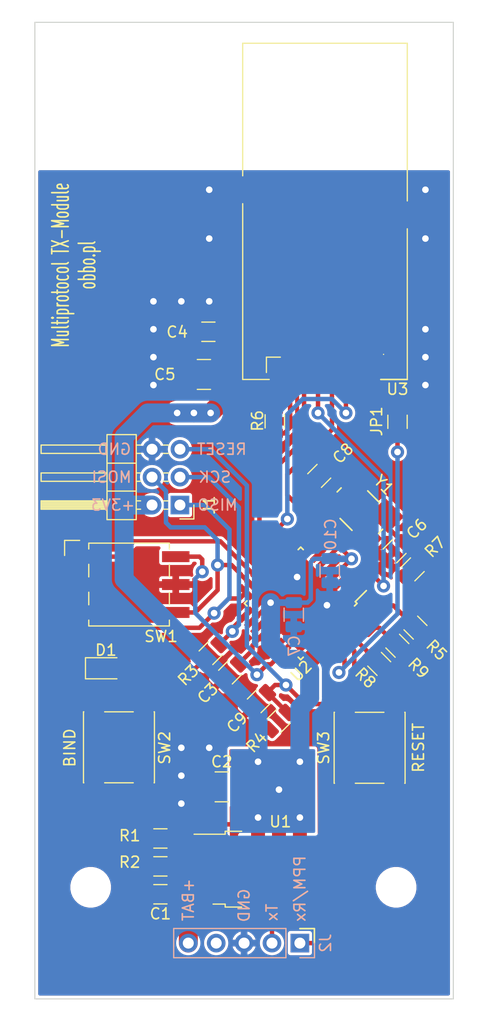
<source format=kicad_pcb>
(kicad_pcb (version 20171130) (host pcbnew "(5.1.4)-1")
  (layers (0 F.Cu signal) (31 B.Cu signal hide) (34 B.Paste user hide) (35 F.Paste user hide) (36 B.SilkS user hide) (37 F.SilkS user) (38 B.Mask user hide) (39 F.Mask user hide) (44 Edge.Cuts user))
  (net 0 "")
  (net 1 /A0)
  (net 2 /D10)
  (net 3 /D11)
  (net 4 /D12)
  (net 5 /D3)
  (net 6 /MISO)
  (net 7 /MOSI)
  (net 8 /NRF_CE)
  (net 9 /NRF_CSN)
  (net 10 /PB5)
  (net 11 /PPM_IN)
  (net 12 /RESET)
  (net 13 /RX)
  (net 14 /SCK)
  (net 15 /TX)
  (net 16 /xtl1)
  (net 17 /xtl2)
  (net 18 GND)
  (net 19 +BATT)
  (net 20 +3V3)
  (net 21 "Net-(C3-Pad1)")
  (net 22 "Net-(J2-Pad2)")
  (net 23 "Net-(R1-Pad2)")
  (net 24 "Net-(D1-Pad2)")
  (net 25 "Net-(U2-Pad32)")
  (net 26 "Net-(U2-Pad27)")
  (net 27 "Net-(U2-Pad26)")
  (net 28 "Net-(U2-Pad25)")
  (net 29 "Net-(U2-Pad24)")
  (net 30 "Net-(U2-Pad22)")
  (net 31 "Net-(U2-Pad19)")
  (net 32 "Net-(U2-Pad13)")
  (net 33 "Net-(U2-Pad11)")
  (net 34 "Net-(JP1-Pad2)")
  (net 35 /IRQ)
  (net 36 "Net-(J2-Pad4)")
  (module obbo_footprints:C_0805K (layer B.Cu) (at 181.7878 103.251 270)
    (fp_text reference C10 (at -3.302 -0.0762 90) (layer B.SilkS) (effects (justify mirror)))
    (fp_text value 100n)
    (pad 2 smd roundrect (at 1.1 0 270) (size 1 1.5) (layers B.Cu B.Paste B.Mask) (roundrect_rratio 0.2) (net 18 GND))
    (pad 1 smd roundrect (at -1.1 0 270) (size 1 1.5) (layers B.Cu B.Paste B.Mask) (roundrect_rratio 0.2) (net 20 +3V3))
  )
  (module obbo_footprints:C_0805K (layer F.Cu) (at 175.3362 115.1382 225)
    (fp_text reference C9 (at 2.783879 0.017961 45) (layer F.SilkS))
    (fp_text value 100n)
    (pad 2 smd roundrect (at 1.1 0 225) (size 1 1.5) (layers F.Cu F.Paste F.Mask) (roundrect_rratio 0.2) (net 18 GND))
    (pad 1 smd roundrect (at -1.1 0 225) (size 1 1.5) (layers F.Cu F.Paste F.Mask) (roundrect_rratio 0.2) (net 12 /RESET))
  )
  (module MountingHole:MountingHole_3.2mm_M3 (layer F.Cu) (at 160.02 132.08)
    (fp_text reference REF** hide)
    (fp_text value MountingHole_3.2mm_M3)
    (pad 1 np_thru_hole circle (at 0 0) (size 3.2 3.2) (drill 3.2) (layers *.Cu *.Mask))
  )
  (module MountingHole:MountingHole_3.2mm_M3 (layer F.Cu) (at 187.833 132.08)
    (fp_text reference REF** hide)
    (fp_text value MountingHole_3.2mm_M3)
    (pad 1 np_thru_hole circle (at 0 0) (size 3.2 3.2) (drill 3.2) (layers *.Cu *.Mask))
  )
  (module MountingHole:MountingHole_3.2mm_M3 (layer F.Cu) (at 166.116 58.039)
    (fp_text reference REF** hide)
    (fp_text value MountingHole_3.2mm_M3)
    (pad 1 np_thru_hole circle (at 0 0) (size 3.2 3.2) (drill 3.2) (layers *.Cu *.Mask))
  )
  (module obbo_footprints:nRF24L01-GT24_Breakout (layer F.Cu) (at 177.546 82.296 90)
    (fp_text reference U3 (at -4.445 10.414 180) (layer F.SilkS))
    (fp_text value NRF24L01_Breakout)
    (pad 1 smd circle (at 11.43 11.176 90) (size 2.2 2.2) (layers F.Cu F.Paste F.Mask) (net 18 GND))
    (pad 1 smd circle (at 13.716 -3.556 90) (size 2.2 2.2) (layers F.Cu F.Paste F.Mask) (net 18 GND))
    (pad 1 smd rect (at -3.175 8.255 90) (size 2.5 1) (layers F.Cu F.Paste F.Mask) (net 18 GND))
    (pad 8 smd rect (at -3.175 6.985 90) (size 2.5 1) (layers F.Cu F.Paste F.Mask) (net 34 "Net-(JP1-Pad2)"))
    (pad 7 smd rect (at -3.175 5.715 90) (size 2.5 1) (layers F.Cu F.Paste F.Mask) (net 6 /MISO))
    (pad 6 smd rect (at -3.175 4.445 90) (size 2.5 1) (layers F.Cu F.Paste F.Mask) (net 7 /MOSI))
    (pad 5 smd rect (at -3.175 3.175 90) (size 2.5 1) (layers F.Cu F.Paste F.Mask) (net 14 /SCK))
    (pad 4 smd rect (at -3.175 1.905 90) (size 2.5 1) (layers F.Cu F.Paste F.Mask) (net 9 /NRF_CSN))
    (pad 3 smd rect (at -3.175 0.635 90) (size 2.5 1) (layers F.Cu F.Paste F.Mask) (net 8 /NRF_CE))
    (pad 2 smd rect (at -3.175 -0.635 90) (size 2.5 1) (layers F.Cu F.Paste F.Mask) (net 20 +3V3))
  )
  (module LED_SMD:LED_0805_2012Metric_Pad1.15x1.40mm_HandSolder (layer F.Cu) (at 161.408 112.141)
    (fp_text reference D1 (at 0 -1.65) (layer F.SilkS))
    (fp_text value LED)
    (pad 2 smd roundrect (at 1.025 0) (size 1.15 1.4) (layers F.Cu F.Paste F.Mask) (roundrect_rratio 0.217391) (net 24 "Net-(D1-Pad2)"))
    (pad 1 smd roundrect (at -1.025 0) (size 1.15 1.4) (layers F.Cu F.Paste F.Mask) (roundrect_rratio 0.217391) (net 18 GND))
  )
  (module obbo_footprints:Crystal_SMD_5032-4Pin_5.0x3.2mm_HandSoldering (layer F.Cu) (at 184.531 97.79 135)
    (fp_text reference Y1 (at 0.105262 3.196051 135) (layer F.SilkS))
    (fp_text value 16MHz)
    (pad 1 smd rect (at -2.05 1.4 135) (size 2.4 2.1) (layers F.Cu F.Paste F.Mask) (net 16 /xtl1))
    (pad 2 smd rect (at 2.05 1.4 135) (size 2.4 2.1) (layers F.Cu F.Paste F.Mask) (net 18 GND))
    (pad 3 smd rect (at 2.05 -1.4 135) (size 2.4 2.1) (layers F.Cu F.Paste F.Mask) (net 17 /xtl2))
    (pad 4 smd rect (at -2.05 -1.4 135) (size 2.4 2.1) (layers F.Cu F.Paste F.Mask) (net 18 GND))
  )
  (module Package_QFP:TQFP-32_7x7mm_P0.8mm (layer F.Cu) (at 179.145904 106.237051 225)
    (fp_text reference U2 (at 4.318197 -4.390458 45) (layer F.SilkS))
    (fp_text value ATmega328-AU)
    (pad 32 smd rect (at -2.8 -4.25 315) (size 1.6 0.55) (layers F.Cu F.Paste F.Mask) (net 25 "Net-(U2-Pad32)"))
    (pad 31 smd rect (at -2 -4.25 315) (size 1.6 0.55) (layers F.Cu F.Paste F.Mask) (net 15 /TX))
    (pad 30 smd rect (at -1.2 -4.25 315) (size 1.6 0.55) (layers F.Cu F.Paste F.Mask) (net 13 /RX))
    (pad 29 smd rect (at -0.4 -4.25 315) (size 1.6 0.55) (layers F.Cu F.Paste F.Mask) (net 12 /RESET))
    (pad 28 smd rect (at 0.4 -4.25 315) (size 1.6 0.55) (layers F.Cu F.Paste F.Mask) (net 35 /IRQ))
    (pad 27 smd rect (at 1.2 -4.25 315) (size 1.6 0.55) (layers F.Cu F.Paste F.Mask) (net 26 "Net-(U2-Pad27)"))
    (pad 26 smd rect (at 2 -4.25 315) (size 1.6 0.55) (layers F.Cu F.Paste F.Mask) (net 27 "Net-(U2-Pad26)"))
    (pad 25 smd rect (at 2.8 -4.25 315) (size 1.6 0.55) (layers F.Cu F.Paste F.Mask) (net 28 "Net-(U2-Pad25)"))
    (pad 24 smd rect (at 4.25 -2.8 225) (size 1.6 0.55) (layers F.Cu F.Paste F.Mask) (net 29 "Net-(U2-Pad24)"))
    (pad 23 smd rect (at 4.25 -2 225) (size 1.6 0.55) (layers F.Cu F.Paste F.Mask) (net 1 /A0))
    (pad 22 smd rect (at 4.25 -1.2 225) (size 1.6 0.55) (layers F.Cu F.Paste F.Mask) (net 30 "Net-(U2-Pad22)"))
    (pad 21 smd rect (at 4.25 -0.4 225) (size 1.6 0.55) (layers F.Cu F.Paste F.Mask) (net 18 GND))
    (pad 20 smd rect (at 4.25 0.4 225) (size 1.6 0.55) (layers F.Cu F.Paste F.Mask) (net 21 "Net-(C3-Pad1)"))
    (pad 19 smd rect (at 4.25 1.2 225) (size 1.6 0.55) (layers F.Cu F.Paste F.Mask) (net 31 "Net-(U2-Pad19)"))
    (pad 18 smd rect (at 4.25 2 225) (size 1.6 0.55) (layers F.Cu F.Paste F.Mask) (net 20 +3V3))
    (pad 17 smd rect (at 4.25 2.8 225) (size 1.6 0.55) (layers F.Cu F.Paste F.Mask) (net 10 /PB5))
    (pad 16 smd rect (at 2.8 4.25 315) (size 1.6 0.55) (layers F.Cu F.Paste F.Mask) (net 4 /D12))
    (pad 15 smd rect (at 2 4.25 315) (size 1.6 0.55) (layers F.Cu F.Paste F.Mask) (net 3 /D11))
    (pad 14 smd rect (at 1.2 4.25 315) (size 1.6 0.55) (layers F.Cu F.Paste F.Mask) (net 2 /D10))
    (pad 13 smd rect (at 0.4 4.25 315) (size 1.6 0.55) (layers F.Cu F.Paste F.Mask) (net 32 "Net-(U2-Pad13)"))
    (pad 12 smd rect (at -0.4 4.25 315) (size 1.6 0.55) (layers F.Cu F.Paste F.Mask) (net 9 /NRF_CSN))
    (pad 11 smd rect (at -1.2 4.25 315) (size 1.6 0.55) (layers F.Cu F.Paste F.Mask) (net 33 "Net-(U2-Pad11)"))
    (pad 10 smd rect (at -2 4.25 315) (size 1.6 0.55) (layers F.Cu F.Paste F.Mask) (net 6 /MISO))
    (pad 9 smd rect (at -2.8 4.25 315) (size 1.6 0.55) (layers F.Cu F.Paste F.Mask) (net 7 /MOSI))
    (pad 8 smd rect (at -4.25 2.8 225) (size 1.6 0.55) (layers F.Cu F.Paste F.Mask) (net 17 /xtl2))
    (pad 7 smd rect (at -4.25 2 225) (size 1.6 0.55) (layers F.Cu F.Paste F.Mask) (net 16 /xtl1))
    (pad 6 smd rect (at -4.25 1.2 225) (size 1.6 0.55) (layers F.Cu F.Paste F.Mask) (net 20 +3V3))
    (pad 5 smd rect (at -4.25 0.4 225) (size 1.6 0.55) (layers F.Cu F.Paste F.Mask) (net 18 GND))
    (pad 4 smd rect (at -4.25 -0.4 225) (size 1.6 0.55) (layers F.Cu F.Paste F.Mask) (net 20 +3V3))
    (pad 3 smd rect (at -4.25 -1.2 225) (size 1.6 0.55) (layers F.Cu F.Paste F.Mask) (net 18 GND))
    (pad 2 smd rect (at -4.25 -2 225) (size 1.6 0.55) (layers F.Cu F.Paste F.Mask) (net 14 /SCK))
    (pad 1 smd rect (at -4.25 -2.8 225) (size 1.6 0.55) (layers F.Cu F.Paste F.Mask) (net 5 /D3))
  )
  (module Connector_PinHeader_2.54mm:PinHeader_2x03_P2.54mm_Horizontal (layer F.Cu) (at 168.148 97.282 180)
    (fp_text reference J1 (at -2.667 0 90) (layer F.SilkS))
    (fp_text value AVR-ISP-6)
    (pad 6 thru_hole oval (at 2.54 5.08 180) (size 1.7 1.7) (drill 1) (layers *.Cu *.Mask) (net 18 GND))
    (pad 5 thru_hole oval (at 0 5.08 180) (size 1.7 1.7) (drill 1) (layers *.Cu *.Mask) (net 12 /RESET))
    (pad 4 thru_hole oval (at 2.54 2.54 180) (size 1.7 1.7) (drill 1) (layers *.Cu *.Mask) (net 3 /D11))
    (pad 3 thru_hole oval (at 0 2.54 180) (size 1.7 1.7) (drill 1) (layers *.Cu *.Mask) (net 10 /PB5))
    (pad 2 thru_hole oval (at 2.54 0 180) (size 1.7 1.7) (drill 1) (layers *.Cu *.Mask) (net 20 +3V3))
    (pad 1 thru_hole rect (at 0 0 180) (size 1.7 1.7) (drill 1) (layers *.Cu *.Mask) (net 4 /D12))
  )
  (module obbo_footprints:Rotary_switch_coded_7x7_SMD (layer F.Cu) (at 163.517 104.521)
    (fp_text reference SW1 (at 2.9128 4.7244) (layer F.SilkS))
    (fp_text value SW_Coded_SH-7050)
    (pad 1 smd rect (at -4.25 -2.54) (size 2.5 1) (layers F.Cu F.Paste F.Mask) (net 2 /D10))
    (pad 8 smd rect (at 4.25 -2.54) (size 2.5 1) (layers F.Cu F.Paste F.Mask) (net 1 /A0))
    (pad C smd rect (at -4.25 0) (size 2.5 1) (layers F.Cu F.Paste F.Mask) (net 18 GND))
    (pad C smd rect (at 4.25 0) (size 2.5 1) (layers F.Cu F.Paste F.Mask) (net 18 GND))
    (pad 4 smd rect (at -4.25 2.54) (size 2.5 1) (layers F.Cu F.Paste F.Mask) (net 4 /D12))
    (pad 2 smd rect (at 4.25 2.54) (size 2.5 1) (layers F.Cu F.Paste F.Mask) (net 3 /D11))
  )
  (module Button_Switch_SMD:SW_SPST_PTS645 (layer F.Cu) (at 185.42 119.38 90)
    (fp_text reference SW3 (at 0 -4.191 90) (layer F.SilkS))
    (fp_text value SW_Push)
    (pad 2 smd rect (at 3.98 2.25 90) (size 1.55 1.3) (layers F.Cu F.Paste F.Mask) (net 18 GND))
    (pad 1 smd rect (at 3.98 -2.25 90) (size 1.55 1.3) (layers F.Cu F.Paste F.Mask) (net 12 /RESET))
    (pad 1 smd rect (at -3.98 -2.25 90) (size 1.55 1.3) (layers F.Cu F.Paste F.Mask) (net 12 /RESET))
    (pad 2 smd rect (at -3.98 2.25 90) (size 1.55 1.3) (layers F.Cu F.Paste F.Mask) (net 18 GND))
  )
  (module obbo_footprints:R_0805K (layer F.Cu) (at 187.96 89.705 90)
    (fp_text reference JP1 (at 0.043 -1.905 90) (layer F.SilkS))
    (fp_text value Jumper)
    (pad 2 smd roundrect (at 1.1 0 90) (size 1 1.5) (layers F.Cu F.Paste F.Mask) (roundrect_rratio 0.2) (net 34 "Net-(JP1-Pad2)"))
    (pad 1 smd roundrect (at -1.1 0 90) (size 1 1.5) (layers F.Cu F.Paste F.Mask) (roundrect_rratio 0.2) (net 35 /IRQ))
  )
  (module obbo_footprints:R_0805K (layer F.Cu) (at 187.944183 110.093183 315)
    (fp_text reference R9 (at 2.806248 0.089803 135) (layer F.SilkS))
    (fp_text value 470)
    (pad 2 smd roundrect (at 1.1 0 315) (size 1 1.5) (layers F.Cu F.Paste F.Mask) (roundrect_rratio 0.2) (net 22 "Net-(J2-Pad2)"))
    (pad 1 smd roundrect (at -1.1 0 315) (size 1 1.5) (layers F.Cu F.Paste F.Mask) (roundrect_rratio 0.2) (net 15 /TX))
  )
  (module obbo_footprints:R_0805K (layer F.Cu) (at 186.293183 111.744183 135)
    (fp_text reference R8 (at -0.022369 -1.796051 135) (layer F.SilkS))
    (fp_text value 470)
    (pad 2 smd roundrect (at 1.1 0 135) (size 1 1.5) (layers F.Cu F.Paste F.Mask) (roundrect_rratio 0.2) (net 13 /RX))
    (pad 1 smd roundrect (at -1.1 0 135) (size 1 1.5) (layers F.Cu F.Paste F.Mask) (roundrect_rratio 0.2) (net 5 /D3))
  )
  (module obbo_footprints:R_0805K (layer F.Cu) (at 189.341183 103.139817 225)
    (fp_text reference R7 (at -2.884866 -0.011184 45) (layer F.SilkS))
    (fp_text value 2k2)
    (pad 2 smd roundrect (at 1.1 0 225) (size 1 1.5) (layers F.Cu F.Paste F.Mask) (roundrect_rratio 0.2) (net 5 /D3))
    (pad 1 smd roundrect (at -1.1 0 225) (size 1 1.5) (layers F.Cu F.Paste F.Mask) (roundrect_rratio 0.2) (net 18 GND))
  )
  (module obbo_footprints:R_0805K (layer F.Cu) (at 176.784 89.662 90)
    (fp_text reference R6 (at 0.0508 -1.5748 90) (layer F.SilkS))
    (fp_text value 10k)
    (pad 2 smd roundrect (at 1.1 0 90) (size 1 1.5) (layers F.Cu F.Paste F.Mask) (roundrect_rratio 0.2) (net 20 +3V3))
    (pad 1 smd roundrect (at -1.1 0 90) (size 1 1.5) (layers F.Cu F.Paste F.Mask) (roundrect_rratio 0.2) (net 8 /NRF_CE))
  )
  (module obbo_footprints:R_0805K (layer F.Cu) (at 189.595183 108.442183 135)
    (fp_text reference R5 (at -2.806248 -0.089803 135) (layer F.SilkS))
    (fp_text value 4k7)
    (pad 2 smd roundrect (at 1.1 0 135) (size 1 1.5) (layers F.Cu F.Paste F.Mask) (roundrect_rratio 0.2) (net 5 /D3))
    (pad 1 smd roundrect (at -1.1 0 135) (size 1 1.5) (layers F.Cu F.Paste F.Mask) (roundrect_rratio 0.2) (net 11 /PPM_IN))
  )
  (module obbo_footprints:R_0805K (layer F.Cu) (at 177.1396 116.9416 45)
    (fp_text reference R4 (at -2.783879 -0.053882 45) (layer F.SilkS))
    (fp_text value 10k)
    (pad 2 smd roundrect (at 1.1 0 45) (size 1 1.5) (layers F.Cu F.Paste F.Mask) (roundrect_rratio 0.2) (net 12 /RESET))
    (pad 1 smd roundrect (at -1.1 0 45) (size 1 1.5) (layers F.Cu F.Paste F.Mask) (roundrect_rratio 0.2) (net 20 +3V3))
  )
  (module obbo_footprints:R_0805K (layer F.Cu) (at 170.942 110.759817 45)
    (fp_text reference R3 (at -2.862498 -0.011184 45) (layer F.SilkS))
    (fp_text value 1k)
    (pad 2 smd roundrect (at 1.1 0 45) (size 1 1.5) (layers F.Cu F.Paste F.Mask) (roundrect_rratio 0.2) (net 10 /PB5))
    (pad 1 smd roundrect (at -1.1 0 45) (size 1 1.5) (layers F.Cu F.Paste F.Mask) (roundrect_rratio 0.2) (net 24 "Net-(D1-Pad2)"))
  )
  (module Connector_PinHeader_2.54mm:PinHeader_1x05_P2.54mm_Vertical (layer B.Cu) (at 179.07 137.16 90)
    (fp_text reference J2 (at 0 2.33 270) (layer B.SilkS) (effects (justify mirror)))
    (fp_text value Conn_01x05)
    (pad 5 thru_hole oval (at 0 -10.16 90) (size 1.7 1.7) (drill 1) (layers *.Cu *.Mask) (net 19 +BATT))
    (pad 4 thru_hole oval (at 0 -7.62 90) (size 1.7 1.7) (drill 1) (layers *.Cu *.Mask) (net 36 "Net-(J2-Pad4)"))
    (pad 3 thru_hole oval (at 0 -5.08 90) (size 1.7 1.7) (drill 1) (layers *.Cu *.Mask) (net 18 GND))
    (pad 2 thru_hole oval (at 0 -2.54 90) (size 1.7 1.7) (drill 1) (layers *.Cu *.Mask) (net 22 "Net-(J2-Pad2)"))
    (pad 1 thru_hole rect (at 0 0 90) (size 1.7 1.7) (drill 1) (layers *.Cu *.Mask) (net 11 /PPM_IN))
  )
  (module obbo_footprints:C_0805K (layer F.Cu) (at 180.832183 94.630817 225)
    (fp_text reference C8 (at -2.985853 -0.089803 45) (layer F.SilkS))
    (fp_text value 18p)
    (pad 2 smd roundrect (at 1.1 0 225) (size 1 1.5) (layers F.Cu F.Paste F.Mask) (roundrect_rratio 0.2) (net 17 /xtl2))
    (pad 1 smd roundrect (at -1.1 0 225) (size 1 1.5) (layers F.Cu F.Paste F.Mask) (roundrect_rratio 0.2) (net 18 GND))
  )
  (module obbo_footprints:C_0805K (layer B.Cu) (at 178.5112 107.2642 270)
    (fp_text reference C7 (at 2.8448 -0.0508 270) (layer B.SilkS) (effects (justify mirror)))
    (fp_text value 100n)
    (pad 2 smd roundrect (at 1.1 0 270) (size 1 1.5) (layers B.Cu B.Paste B.Mask) (roundrect_rratio 0.2) (net 18 GND))
    (pad 1 smd roundrect (at -1.1 0 270) (size 1 1.5) (layers B.Cu B.Paste B.Mask) (roundrect_rratio 0.2) (net 20 +3V3))
  )
  (module obbo_footprints:C_0805K (layer F.Cu) (at 187.690183 101.488817 225)
    (fp_text reference C6 (at -2.873682 0 45) (layer F.SilkS))
    (fp_text value 18p)
    (pad 2 smd roundrect (at 1.1 0 225) (size 1 1.5) (layers F.Cu F.Paste F.Mask) (roundrect_rratio 0.2) (net 18 GND))
    (pad 1 smd roundrect (at -1.1 0 225) (size 1 1.5) (layers F.Cu F.Paste F.Mask) (roundrect_rratio 0.2) (net 16 /xtl1))
  )
  (module Capacitor_SMD:C_1210_3225Metric_Pad1.42x2.65mm_HandSolder (layer F.Cu) (at 170.3324 85.3948 180)
    (fp_text reference C5 (at 3.556 0) (layer F.SilkS))
    (fp_text value 4u7)
    (pad 2 smd roundrect (at 1.4875 0 180) (size 1.425 2.65) (layers F.Cu F.Paste F.Mask) (roundrect_rratio 0.175439) (net 18 GND))
    (pad 1 smd roundrect (at -1.4875 0 180) (size 1.425 2.65) (layers F.Cu F.Paste F.Mask) (roundrect_rratio 0.175439) (net 20 +3V3))
  )
  (module obbo_footprints:C_0805K (layer F.Cu) (at 170.7388 81.5086 180)
    (fp_text reference C4 (at 2.8448 -0.0254) (layer F.SilkS))
    (fp_text value 100n)
    (pad 2 smd roundrect (at 1.1 0 180) (size 1 1.5) (layers F.Cu F.Paste F.Mask) (roundrect_rratio 0.2) (net 18 GND))
    (pad 1 smd roundrect (at -1.1 0 180) (size 1 1.5) (layers F.Cu F.Paste F.Mask) (roundrect_rratio 0.2) (net 20 +3V3))
  )
  (module obbo_footprints:C_0805K (layer F.Cu) (at 172.72 112.522 225)
    (fp_text reference C3 (at 2.783879 0.089803 45) (layer F.SilkS))
    (fp_text value 100n)
    (pad 2 smd roundrect (at 1.1 0 225) (size 1 1.5) (layers F.Cu F.Paste F.Mask) (roundrect_rratio 0.2) (net 18 GND))
    (pad 1 smd roundrect (at -1.1 0 225) (size 1 1.5) (layers F.Cu F.Paste F.Mask) (roundrect_rratio 0.2) (net 21 "Net-(C3-Pad1)"))
  )
  (module obbo_footprints:C_0805K (layer F.Cu) (at 166.37 132.715 180)
    (fp_text reference C1 (at 0 -1.778) (layer F.SilkS))
    (fp_text value 100n)
    (pad 2 smd roundrect (at 1.1 0 180) (size 1 1.5) (layers F.Cu F.Paste F.Mask) (roundrect_rratio 0.2) (net 18 GND))
    (pad 1 smd roundrect (at -1.1 0 180) (size 1 1.5) (layers F.Cu F.Paste F.Mask) (roundrect_rratio 0.2) (net 19 +BATT))
  )
  (module obbo_footprints:TO-252-2-DPAK (layer F.Cu) (at 174.738 130.429)
    (fp_text reference U1 (at 2.554 -4.318) (layer F.SilkS))
    (fp_text value LM317_3PinPackage)
    (pad 2 smd rect (at 2.3 0) (size 6.4 6) (layers F.Cu F.Mask) (net 20 +3V3))
    (pad 3 smd rect (at -4.5 2.28) (size 2 1.2) (layers F.Cu F.Paste F.Mask) (net 19 +BATT))
    (pad 1 smd rect (at -4.5 -2.28) (size 2 1.2) (layers F.Cu F.Paste F.Mask) (net 23 "Net-(R1-Pad2)"))
  )
  (module Button_Switch_SMD:SW_SPST_PTS645 (layer F.Cu) (at 162.596 119.337 270)
    (fp_text reference SW2 (at 0.043 -4.155 90) (layer F.SilkS))
    (fp_text value SW_Push)
    (pad 2 smd rect (at 3.98 2.25 270) (size 1.55 1.3) (layers F.Cu F.Paste F.Mask) (net 18 GND))
    (pad 1 smd rect (at 3.98 -2.25 270) (size 1.55 1.3) (layers F.Cu F.Paste F.Mask) (net 24 "Net-(D1-Pad2)"))
    (pad 1 smd rect (at -3.98 -2.25 270) (size 1.55 1.3) (layers F.Cu F.Paste F.Mask) (net 24 "Net-(D1-Pad2)"))
    (pad 2 smd rect (at -3.98 2.25 270) (size 1.55 1.3) (layers F.Cu F.Paste F.Mask) (net 18 GND))
  )
  (module obbo_footprints:R_0805K (layer F.Cu) (at 166.37 130.175 180)
    (fp_text reference R2 (at 2.794 0.381) (layer F.SilkS))
    (fp_text value 2k2)
    (pad 2 smd roundrect (at 1.1 0 180) (size 1 1.5) (layers F.Cu F.Paste F.Mask) (roundrect_rratio 0.2) (net 18 GND))
    (pad 1 smd roundrect (at -1.1 0 180) (size 1 1.5) (layers F.Cu F.Paste F.Mask) (roundrect_rratio 0.2) (net 23 "Net-(R1-Pad2)"))
  )
  (module obbo_footprints:R_0805K (layer F.Cu) (at 166.37 127.635)
    (fp_text reference R1 (at -2.794 -0.254) (layer F.SilkS))
    (fp_text value 1k5)
    (pad 2 smd roundrect (at 1.1 0) (size 1 1.5) (layers F.Cu F.Paste F.Mask) (roundrect_rratio 0.2) (net 23 "Net-(R1-Pad2)"))
    (pad 1 smd roundrect (at -1.1 0) (size 1 1.5) (layers F.Cu F.Paste F.Mask) (roundrect_rratio 0.2) (net 20 +3V3))
  )
  (module Capacitor_SMD:C_1210_3225Metric_Pad1.42x2.65mm_HandSolder (layer F.Cu) (at 171.958 122.936 180)
    (fp_text reference C2 (at 0 2.286) (layer F.SilkS))
    (fp_text value 4u7)
    (pad 2 smd roundrect (at 1.4875 0 180) (size 1.425 2.65) (layers F.Cu F.Paste F.Mask) (roundrect_rratio 0.175439) (net 18 GND))
    (pad 1 smd roundrect (at -1.4875 0 180) (size 1.425 2.65) (layers F.Cu F.Paste F.Mask) (roundrect_rratio 0.175439) (net 20 +3V3))
  )
  (gr_text +3V3 (at 162.052 97.282) (layer B.SilkS) (effects (font (size 1 1)) (justify mirror)))
  (gr_text GND (at 162.179 92.202) (layer B.SilkS) (effects (font (size 1 1)) (justify mirror)))
  (gr_text MOSI (at 161.925 94.742) (layer B.SilkS) (effects (font (size 1 1)) (justify mirror)))
  (gr_text MISO (at 171.577 97.282) (layer B.SilkS) (effects (font (size 1 1)) (justify mirror)))
  (gr_text SCK (at 171.323 94.742) (layer B.SilkS) (effects (font (size 1 1)) (justify mirror)))
  (gr_text RESET (at 171.958 92.202) (layer B.SilkS) (effects (font (size 1 1)) (justify mirror)))
  (gr_line (start 180.3908 135.8392) (end 179.07 135.8392) (layer F.SilkS) (width 0.15))
  (gr_line (start 180.3908 137.16) (end 180.3908 135.8392) (layer F.SilkS) (width 0.15))
  (gr_text Tx (at 176.53 134.366 90) (layer B.SilkS) (effects (font (size 1 1)) (justify mirror)))
  (gr_text GND (at 173.99 133.731 90) (layer B.SilkS) (effects (font (size 1 1)) (justify mirror)))
  (gr_text PPM/Rx (at 179.07 132.207 90) (layer B.SilkS) (effects (font (size 1 1)) (justify mirror)))
  (gr_text +BAT (at 168.91 133.223 90) (layer B.SilkS) (effects (font (size 1 1)) (justify mirror)))
  (gr_text RESET (at 189.865 119.38 90) (layer F.SilkS) (effects (font (size 1 1))))
  (gr_text BIND (at 158.115 119.38 90) (layer F.SilkS) (effects (font (size 1 1))))
  (gr_line (start 154.94 53.34) (end 154.94 142.24) (layer Edge.Cuts) (width 0.1))
  (gr_line (start 193.04 53.34) (end 154.94 53.34) (layer Edge.Cuts) (width 0.1))
  (gr_line (start 193.04 142.24) (end 193.04 53.34) (layer Edge.Cuts) (width 0.1))
  (gr_line (start 154.94 142.24) (end 193.04 142.24) (layer Edge.Cuts) (width 0.1))
  (gr_text "Multiprotocol TX-Module\nobbo.pl" (at 158.496 75.438 90) (layer F.SilkS) (effects (font (size 1.5 0.8))))
  (segment (start 177.554914 110.656468) (end 176.425982 111.7854) (width 0.4064) (layer F.Cu) (net 1))
  (segment (start 176.425982 111.7854) (end 176.0982 111.7854) (width 0.4064) (layer F.Cu) (net 1))
  (segment (start 176.0982 111.7854) (end 175.1584 112.7252) (width 0.4064) (layer F.Cu) (net 1))
  (segment (start 175.1584 112.7252) (end 175.1584 112.7252) (width 0.4064) (layer F.Cu) (net 1))
  (via (at 175.1584 112.7252) (size 1.2) (drill 0.6) (layers F.Cu B.Cu) (net 1))
  (via (at 170.18 103.3526) (size 1.2) (drill 0.6) (layers F.Cu B.Cu) (net 1))
  (segment (start 170.18 103.3526) (end 170.18 102.235) (width 0.4064) (layer F.Cu) (net 1))
  (segment (start 170.18 102.235) (end 169.926 101.981) (width 0.4064) (layer F.Cu) (net 1))
  (segment (start 169.926 101.981) (end 167.767 101.981) (width 0.4064) (layer F.Cu) (net 1))
  (segment (start 169.545 103.9876) (end 170.18 103.3526) (width 0.4064) (layer B.Cu) (net 1))
  (segment (start 169.545 107.1118) (end 169.545 106.8578) (width 0.4064) (layer B.Cu) (net 1))
  (segment (start 175.1584 112.7252) (end 169.545 107.1118) (width 0.4064) (layer B.Cu) (net 1))
  (segment (start 169.545 106.8578) (end 169.545 103.9876) (width 0.4064) (layer B.Cu) (net 1))
  (segment (start 174.655777 103.44398) (end 174.655777 103.408777) (width 0.4064) (layer F.Cu) (net 2))
  (segment (start 175.292172 104.080375) (end 174.655777 103.44398) (width 0.4064) (layer F.Cu) (net 2))
  (segment (start 174.655777 103.408777) (end 171.831 100.584) (width 0.4064) (layer F.Cu) (net 2))
  (segment (start 171.831 100.584) (end 163.957 100.584) (width 0.4064) (layer F.Cu) (net 2))
  (segment (start 162.56 101.981) (end 159.267 101.981) (width 0.4064) (layer F.Cu) (net 2))
  (segment (start 163.957 100.584) (end 162.56 101.981) (width 0.4064) (layer F.Cu) (net 2))
  (segment (start 174.726487 104.646061) (end 173.712426 103.632) (width 0.4064) (layer F.Cu) (net 3))
  (segment (start 169.545 107.061) (end 167.767 107.061) (width 0.4064) (layer F.Cu) (net 3))
  (segment (start 173.712426 103.632) (end 173.712426 103.608426) (width 0.4064) (layer F.Cu) (net 3))
  (segment (start 173.712426 103.608426) (end 172.847 102.743) (width 0.4064) (layer F.Cu) (net 3))
  (segment (start 172.847 102.743) (end 171.577 102.743) (width 0.4064) (layer F.Cu) (net 3))
  (segment (start 171.577 102.743) (end 171.577 102.743) (width 0.4064) (layer F.Cu) (net 3))
  (segment (start 171.577 105.029) (end 171.4246 105.1814) (width 0.4064) (layer F.Cu) (net 3))
  (segment (start 171.577 102.743) (end 171.577 105.029) (width 0.4064) (layer F.Cu) (net 3))
  (segment (start 171.4246 105.1814) (end 169.545 107.061) (width 0.4064) (layer F.Cu) (net 3))
  (via (at 171.577 102.743) (size 1.2) (drill 0.6) (layers F.Cu B.Cu) (net 3))
  (segment (start 171.577 100.4824) (end 171.577 102.743) (width 0.4064) (layer B.Cu) (net 3))
  (segment (start 170.4086 99.314) (end 171.577 100.4824) (width 0.4064) (layer B.Cu) (net 3))
  (segment (start 166.87801 96.01201) (end 166.87801 97.808055) (width 0.4064) (layer B.Cu) (net 3))
  (segment (start 165.608 94.742) (end 166.87801 96.01201) (width 0.4064) (layer B.Cu) (net 3))
  (segment (start 166.878 97.808065) (end 166.878 98.8822) (width 0.4064) (layer B.Cu) (net 3))
  (segment (start 166.87801 97.808055) (end 166.878 97.808065) (width 0.4064) (layer B.Cu) (net 3))
  (segment (start 166.878 98.8822) (end 167.3098 99.314) (width 0.4064) (layer B.Cu) (net 3))
  (segment (start 167.3098 99.314) (end 170.4086 99.314) (width 0.4064) (layer B.Cu) (net 3))
  (segment (start 173.895637 105.47691) (end 173.895637 105.504363) (width 0.4064) (layer F.Cu) (net 4))
  (segment (start 174.160801 105.211746) (end 173.895637 105.47691) (width 0.4064) (layer F.Cu) (net 4))
  (segment (start 173.895637 105.504363) (end 173.609 105.791) (width 0.4064) (layer F.Cu) (net 4))
  (segment (start 161.798 107.061) (end 159.267 107.061) (width 0.4064) (layer F.Cu) (net 4))
  (segment (start 173.609 105.791) (end 172.593 105.791) (width 0.4064) (layer F.Cu) (net 4))
  (segment (start 172.593 105.791) (end 171.3865 106.9975) (width 0.4064) (layer F.Cu) (net 4))
  (segment (start 169.926 108.458) (end 163.957 108.458) (width 0.4064) (layer F.Cu) (net 4))
  (segment (start 162.56 107.061) (end 161.798 107.061) (width 0.4064) (layer F.Cu) (net 4))
  (segment (start 163.957 108.458) (end 162.56 107.061) (width 0.4064) (layer F.Cu) (net 4))
  (segment (start 171.3865 106.9975) (end 171.2595 107.1245) (width 0.4064) (layer F.Cu) (net 4))
  (segment (start 171.2595 107.1245) (end 169.926 108.458) (width 0.4064) (layer F.Cu) (net 4))
  (via (at 171.2595 107.1245) (size 1.2) (drill 0.6) (layers F.Cu B.Cu) (net 4))
  (segment (start 170.434 97.282) (end 168.148 97.282) (width 0.4064) (layer B.Cu) (net 4))
  (segment (start 172.6565 99.5045) (end 172.5295 99.3775) (width 0.4064) (layer B.Cu) (net 4))
  (segment (start 172.6565 105.7275) (end 172.6565 99.5045) (width 0.4064) (layer B.Cu) (net 4))
  (segment (start 172.5295 99.3775) (end 170.434 97.282) (width 0.4064) (layer B.Cu) (net 4))
  (segment (start 171.2595 107.1245) (end 172.6565 105.7275) (width 0.4064) (layer B.Cu) (net 4))
  (segment (start 184.1754 105.1306) (end 184.1754 105.1052) (width 0.3048) (layer F.Cu) (net 5))
  (segment (start 184.131007 105.211746) (end 185.853261 106.934) (width 0.4064) (layer F.Cu) (net 5))
  (segment (start 185.853261 106.934) (end 186.436 106.934) (width 0.4064) (layer F.Cu) (net 5))
  (segment (start 186.436 106.934) (end 186.944 106.426) (width 0.4064) (layer F.Cu) (net 5))
  (segment (start 187.579 106.426) (end 188.817366 107.664366) (width 0.4064) (layer F.Cu) (net 5))
  (segment (start 186.944 106.426) (end 187.579 106.426) (width 0.4064) (layer F.Cu) (net 5))
  (segment (start 188.309366 103.663634) (end 190.119 105.473268) (width 0.4064) (layer F.Cu) (net 5))
  (segment (start 190.119 106.362732) (end 188.817366 107.664366) (width 0.4064) (layer F.Cu) (net 5))
  (segment (start 190.119 105.473268) (end 190.119 106.362732) (width 0.4064) (layer F.Cu) (net 5))
  (segment (start 188.817366 107.664366) (end 189.484 108.331) (width 0.4064) (layer F.Cu) (net 5))
  (segment (start 189.484 108.331) (end 189.484 108.585) (width 0.4064) (layer F.Cu) (net 5))
  (segment (start 189.484 108.585) (end 186.563 111.506) (width 0.4064) (layer F.Cu) (net 5))
  (segment (start 186.563 112.014) (end 187.071 112.522) (width 0.4064) (layer F.Cu) (net 5))
  (segment (start 186.563 111.506) (end 186.563 112.014) (width 0.4064) (layer F.Cu) (net 5))
  (via (at 183.261 88.9) (size 1.2) (drill 0.6) (layers F.Cu B.Cu) (net 6))
  (segment (start 183.261 88.9) (end 183.261 85.471) (width 0.4064) (layer F.Cu) (net 6))
  (segment (start 177.554914 101.817634) (end 176.53 100.79272) (width 0.4064) (layer F.Cu) (net 6))
  (segment (start 176.53 100.79272) (end 176.53 99.949) (width 0.4064) (layer F.Cu) (net 6))
  (segment (start 176.53 99.949) (end 177.927 98.552) (width 0.4064) (layer F.Cu) (net 6))
  (segment (start 177.927 98.552) (end 177.927 98.552) (width 0.4064) (layer F.Cu) (net 6))
  (via (at 177.927 98.552) (size 1.2) (drill 0.6) (layers F.Cu B.Cu) (net 6))
  (segment (start 177.927 98.552) (end 177.927 89.027) (width 0.4064) (layer B.Cu) (net 6))
  (segment (start 177.927 89.027) (end 179.324 87.63) (width 0.4064) (layer B.Cu) (net 6))
  (segment (start 181.991 87.63) (end 183.261 88.9) (width 0.4064) (layer B.Cu) (net 6))
  (segment (start 179.324 87.63) (end 181.991 87.63) (width 0.4064) (layer B.Cu) (net 6))
  (segment (start 178.120599 101.251948) (end 179.324 100.048547) (width 0.4064) (layer F.Cu) (net 7))
  (segment (start 179.324 100.048547) (end 179.324 97.79) (width 0.4064) (layer F.Cu) (net 7))
  (segment (start 179.324 97.79) (end 177.927 96.393) (width 0.4064) (layer F.Cu) (net 7))
  (segment (start 177.927 96.393) (end 177.927 94.488) (width 0.4064) (layer F.Cu) (net 7))
  (segment (start 181.991 90.424) (end 181.991 85.471) (width 0.4064) (layer F.Cu) (net 7))
  (segment (start 177.927 94.488) (end 181.991 90.424) (width 0.4064) (layer F.Cu) (net 7))
  (segment (start 178.181 90.215) (end 178.181 85.471) (width 0.4064) (layer F.Cu) (net 8))
  (segment (start 176.784 90.762) (end 177.634 90.762) (width 0.4064) (layer F.Cu) (net 8))
  (segment (start 177.634 90.762) (end 178.181 90.215) (width 0.4064) (layer F.Cu) (net 8))
  (segment (start 176.423543 102.949004) (end 175.387 101.912461) (width 0.4064) (layer F.Cu) (net 9))
  (segment (start 175.387 101.912461) (end 175.387 96.012) (width 0.4064) (layer F.Cu) (net 9))
  (segment (start 175.387 95.377) (end 179.451 91.313) (width 0.4064) (layer F.Cu) (net 9))
  (segment (start 175.387 96.012) (end 175.387 95.377) (width 0.4064) (layer F.Cu) (net 9))
  (segment (start 179.451 91.313) (end 179.451 85.471) (width 0.4064) (layer F.Cu) (net 9))
  (segment (start 174.160801 107.262356) (end 173.101 108.322157) (width 0.4064) (layer F.Cu) (net 10))
  (segment (start 173.101 108.600817) (end 172.918409 108.783409) (width 0.4064) (layer F.Cu) (net 10))
  (segment (start 173.101 108.322157) (end 173.101 108.600817) (width 0.4064) (layer F.Cu) (net 10))
  (segment (start 172.918409 108.783409) (end 171.719817 109.982) (width 0.4064) (layer F.Cu) (net 10))
  (via (at 172.918409 108.783409) (size 1.2) (drill 0.6) (layers F.Cu B.Cu) (net 10))
  (segment (start 173.518408 108.18341) (end 172.918409 108.783409) (width 0.4064) (layer B.Cu) (net 10))
  (segment (start 173.518408 97.496208) (end 173.518408 108.18341) (width 0.4064) (layer B.Cu) (net 10))
  (segment (start 170.7642 94.742) (end 173.518408 97.496208) (width 0.4064) (layer B.Cu) (net 10))
  (segment (start 168.148 94.742) (end 170.7642 94.742) (width 0.4064) (layer B.Cu) (net 10))
  (segment (start 179.07 137.16) (end 180.721 137.16) (width 0.4064) (layer F.Cu) (net 11))
  (segment (start 180.721 137.16) (end 183.134 134.747) (width 0.4064) (layer F.Cu) (net 11))
  (segment (start 183.134 134.747) (end 183.134 128.651) (width 0.4064) (layer F.Cu) (net 11))
  (segment (start 183.134 128.651) (end 185.42 126.365) (width 0.4064) (layer F.Cu) (net 11))
  (segment (start 185.42 126.365) (end 189.484 126.365) (width 0.4064) (layer F.Cu) (net 11))
  (segment (start 189.484 126.365) (end 190.881 124.968) (width 0.4064) (layer F.Cu) (net 11))
  (segment (start 190.881 109.728) (end 190.373 109.22) (width 0.4064) (layer F.Cu) (net 11))
  (segment (start 190.881 124.968) (end 190.881 109.728) (width 0.4064) (layer F.Cu) (net 11))
  (segment (start 183.17 115.4) (end 183.17 116.749) (width 0.4064) (layer F.Cu) (net 12))
  (segment (start 183.17 116.749) (end 183.17 123.36) (width 0.4064) (layer F.Cu) (net 12))
  (segment (start 182.433951 108.959412) (end 183.642 110.167461) (width 0.4064) (layer F.Cu) (net 12))
  (segment (start 183.17 114.2186) (end 184.023 113.3656) (width 0.4064) (layer F.Cu) (net 12))
  (segment (start 183.17 115.4) (end 183.17 114.2186) (width 0.4064) (layer F.Cu) (net 12))
  (segment (start 184.023 110.548461) (end 183.642 110.167461) (width 0.4064) (layer F.Cu) (net 12))
  (segment (start 184.023 113.3656) (end 184.023 110.548461) (width 0.4064) (layer F.Cu) (net 12))
  (segment (start 176.8094 113.665) (end 176.114017 114.360383) (width 0.4064) (layer F.Cu) (net 12))
  (segment (start 177.8 113.665) (end 176.8094 113.665) (width 0.4064) (layer F.Cu) (net 12))
  (segment (start 177.8 113.665) (end 177.8 113.665) (width 0.4064) (layer F.Cu) (net 12))
  (via (at 177.8 113.665) (size 1.2) (drill 0.6) (layers F.Cu B.Cu) (net 12))
  (segment (start 177.8 113.665) (end 174.244 110.109) (width 0.4064) (layer B.Cu) (net 12))
  (segment (start 174.244 110.109) (end 174.244 95.504) (width 0.4064) (layer B.Cu) (net 12))
  (segment (start 170.942 92.202) (end 168.148 92.202) (width 0.4064) (layer B.Cu) (net 12))
  (segment (start 174.244 95.504) (end 170.942 92.202) (width 0.4064) (layer B.Cu) (net 12))
  (segment (start 176.114017 114.360383) (end 177.917417 116.163783) (width 0.4064) (layer F.Cu) (net 12))
  (segment (start 179.535 115.4) (end 177.8 113.665) (width 0.4064) (layer F.Cu) (net 12))
  (segment (start 183.17 115.4) (end 179.535 115.4) (width 0.4064) (layer F.Cu) (net 12))
  (segment (start 182.999636 108.393727) (end 185.166 110.560091) (width 0.4064) (layer F.Cu) (net 13))
  (segment (start 185.166 110.617) (end 185.515366 110.966366) (width 0.4064) (layer F.Cu) (net 13))
  (segment (start 185.166 110.560091) (end 185.166 110.617) (width 0.4064) (layer F.Cu) (net 13))
  (segment (start 180.721 88.9) (end 180.721 88.9) (width 0.3048) (layer B.Cu) (net 14))
  (segment (start 180.721 88.9) (end 180.721 88.9) (width 0.3048) (layer F.Cu) (net 14))
  (via (at 180.721 88.9) (size 1.2) (drill 0.6) (layers F.Cu B.Cu) (net 14))
  (segment (start 180.721 88.9) (end 180.721 85.471) (width 0.4064) (layer F.Cu) (net 14))
  (segment (start 183.565321 104.646061) (end 184.706382 103.505) (width 0.4064) (layer F.Cu) (net 14))
  (segment (start 184.706382 103.505) (end 185.547 103.505) (width 0.4064) (layer F.Cu) (net 14))
  (segment (start 185.547 103.505) (end 186.69 104.648) (width 0.4064) (layer F.Cu) (net 14))
  (segment (start 186.69 104.648) (end 186.69 104.648) (width 0.4064) (layer F.Cu) (net 14))
  (via (at 186.69 104.648) (size 1.2) (drill 0.6) (layers F.Cu B.Cu) (net 14))
  (segment (start 186.69 94.869) (end 180.721 88.9) (width 0.4064) (layer B.Cu) (net 14))
  (segment (start 186.69 104.648) (end 186.69 94.869) (width 0.4064) (layer B.Cu) (net 14))
  (segment (start 183.565321 107.828041) (end 184.83028 109.093) (width 0.4064) (layer F.Cu) (net 15))
  (segment (start 184.83028 109.093) (end 185.293 109.093) (width 0.4064) (layer F.Cu) (net 15))
  (segment (start 185.293 109.093) (end 185.928 108.458) (width 0.4064) (layer F.Cu) (net 15))
  (segment (start 186.309 108.458) (end 187.166366 109.315366) (width 0.4064) (layer F.Cu) (net 15))
  (segment (start 185.928 108.458) (end 186.309 108.458) (width 0.4064) (layer F.Cu) (net 15))
  (segment (start 180.736894 101.817634) (end 180.736894 101.721767) (width 0.4064) (layer F.Cu) (net 16))
  (segment (start 186.970518 99.213518) (end 188.468 100.711) (width 0.4064) (layer F.Cu) (net 16))
  (segment (start 186.970518 98.249619) (end 186.970518 99.213518) (width 0.4064) (layer F.Cu) (net 16))
  (segment (start 186.002899 97.282) (end 186.970518 98.249619) (width 0.4064) (layer F.Cu) (net 16))
  (segment (start 180.736894 101.817634) (end 185.272528 97.282) (width 0.4064) (layer F.Cu) (net 16))
  (segment (start 185.272528 97.282) (end 186.002899 97.282) (width 0.4064) (layer F.Cu) (net 16))
  (segment (start 181.197366 97.536) (end 181.737 97.536) (width 0.3048) (layer F.Cu) (net 17))
  (segment (start 181.976113 97.330381) (end 180.054366 95.408634) (width 0.4064) (layer F.Cu) (net 17))
  (segment (start 182.091482 97.330381) (end 181.976113 97.330381) (width 0.4064) (layer F.Cu) (net 17))
  (segment (start 180.848 98.573863) (end 182.091482 97.330381) (width 0.4064) (layer F.Cu) (net 17))
  (segment (start 180.848 98.933) (end 180.848 98.573863) (width 0.4064) (layer F.Cu) (net 17))
  (segment (start 181.356 99.441) (end 180.848 98.933) (width 0.4064) (layer F.Cu) (net 17))
  (segment (start 180.171209 101.251948) (end 181.356 100.067157) (width 0.4064) (layer F.Cu) (net 17))
  (segment (start 181.356 100.067157) (end 181.356 99.441) (width 0.4064) (layer F.Cu) (net 17))
  (via (at 181.5338 106.4006) (size 1.2) (drill 0.6) (layers F.Cu B.Cu) (net 18))
  (via (at 178.816 103.8352) (size 1.2) (drill 0.6) (layers F.Cu B.Cu) (net 18))
  (via (at 168.275 124.46) (size 1.2) (drill 0.6) (layers F.Cu B.Cu) (net 18))
  (via (at 168.275 121.92) (size 1.2) (drill 0.6) (layers F.Cu B.Cu) (net 18))
  (via (at 168.275 119.38) (size 1.2) (drill 0.6) (layers F.Cu B.Cu) (net 18))
  (via (at 170.815 119.38) (size 1.2) (drill 0.6) (layers F.Cu B.Cu) (net 18))
  (via (at 165.735 81.28) (size 1.2) (drill 0.6) (layers F.Cu B.Cu) (net 18))
  (via (at 165.735 83.82) (size 1.2) (drill 0.6) (layers F.Cu B.Cu) (net 18))
  (via (at 165.735 86.36) (size 1.2) (drill 0.6) (layers F.Cu B.Cu) (net 18))
  (via (at 190.5 86.36) (size 1.2) (drill 0.6) (layers F.Cu B.Cu) (net 18))
  (via (at 190.5 83.82) (size 1.2) (drill 0.6) (layers F.Cu B.Cu) (net 18))
  (via (at 190.5 81.28) (size 1.2) (drill 0.6) (layers F.Cu B.Cu) (net 18))
  (via (at 190.5 73.025) (size 1.2) (drill 0.6) (layers F.Cu B.Cu) (net 18))
  (via (at 190.5 68.58) (size 1.2) (drill 0.6) (layers F.Cu B.Cu) (net 18))
  (via (at 170.815 68.58) (size 1.2) (drill 0.6) (layers F.Cu B.Cu) (net 18))
  (via (at 170.815 73.025) (size 1.2) (drill 0.6) (layers F.Cu B.Cu) (net 18))
  (via (at 165.735 78.74) (size 1.2) (drill 0.6) (layers F.Cu B.Cu) (net 18))
  (via (at 168.275 78.74) (size 1.2) (drill 0.6) (layers F.Cu B.Cu) (net 18))
  (via (at 170.815 78.74) (size 1.2) (drill 0.6) (layers F.Cu B.Cu) (net 18))
  (segment (start 167.476 132.709) (end 167.47 132.715) (width 1.27) (layer F.Cu) (net 19))
  (segment (start 170.8852 133.982719) (end 170.8852 132.582) (width 1.7272) (layer F.Cu) (net 19))
  (segment (start 168.91 135.957919) (end 170.8852 133.982719) (width 1.7272) (layer F.Cu) (net 19))
  (segment (start 168.91 137.16) (end 168.91 135.957919) (width 1.7272) (layer F.Cu) (net 19))
  (segment (start 170.238 132.709) (end 167.5832 132.709) (width 1.27) (layer F.Cu) (net 19))
  (segment (start 167.5832 132.709) (end 167.476 132.709) (width 1.27) (layer F.Cu) (net 19))
  (via (at 176.403 106.172) (size 1.2) (drill 0.6) (layers F.Cu B.Cu) (net 20))
  (via (at 170.942 88.9) (size 1.2) (drill 0.6) (layers F.Cu B.Cu) (net 20))
  (via (at 169.418 88.9) (size 1.2) (drill 0.6) (layers F.Cu B.Cu) (net 20))
  (via (at 167.894 88.9) (size 1.2) (drill 0.6) (layers F.Cu B.Cu) (net 20))
  (segment (start 175.02 129.159) (end 174.82 129.159) (width 0.4064) (layer F.Cu) (net 20))
  (segment (start 165.27 127.635) (end 165.27 126.3474) (width 0.3048) (layer F.Cu) (net 20))
  (segment (start 174.746959 107.828041) (end 176.403 106.172) (width 0.4064) (layer F.Cu) (net 20))
  (segment (start 174.726487 107.828041) (end 174.746959 107.828041) (width 0.4064) (layer F.Cu) (net 20))
  (segment (start 176.887 130.278) (end 177.038 130.429) (width 1.7272) (layer F.Cu) (net 20))
  (segment (start 167.894 88.9) (end 169.418 88.9) (width 1.7272) (layer F.Cu) (net 20))
  (segment (start 169.418 88.9) (end 170.942 88.9) (width 1.7272) (layer F.Cu) (net 20))
  (segment (start 170.942 88.9) (end 171.8707 87.9713) (width 1.7272) (layer F.Cu) (net 20))
  (segment (start 176.911 88.435) (end 176.784 88.562) (width 0.3048) (layer F.Cu) (net 20))
  (segment (start 167.894 88.9) (end 169.418 88.9) (width 1.7272) (layer B.Cu) (net 20))
  (segment (start 169.418 88.9) (end 170.942 88.9) (width 1.7272) (layer B.Cu) (net 20))
  (segment (start 178.157 129.31) (end 177.038 130.429) (width 1.7272) (layer F.Cu) (net 20))
  (segment (start 165.27 126.785) (end 165.27 126.3474) (width 0.4064) (layer F.Cu) (net 20))
  (segment (start 165.27 127.635) (end 165.27 126.785) (width 0.4064) (layer F.Cu) (net 20))
  (segment (start 164.405919 97.282) (end 163.068 97.282) (width 0.4064) (layer B.Cu) (net 20))
  (segment (start 165.608 97.282) (end 164.405919 97.282) (width 0.4064) (layer B.Cu) (net 20))
  (segment (start 182.433951 103.51469) (end 183.769 102.179641) (width 0.4064) (layer F.Cu) (net 20))
  (segment (start 183.769 102.179641) (end 183.769 102.179641) (width 0.4064) (layer F.Cu) (net 20))
  (via (at 183.769 102.179641) (size 1.2) (drill 0.6) (layers F.Cu B.Cu) (net 20))
  (segment (start 181.30258 102.383319) (end 182.593899 101.092) (width 0.4064) (layer F.Cu) (net 20))
  (segment (start 182.681359 101.092) (end 183.769 102.179641) (width 0.4064) (layer F.Cu) (net 20))
  (segment (start 182.593899 101.092) (end 182.681359 101.092) (width 0.4064) (layer F.Cu) (net 20))
  (segment (start 176.403 106.172) (end 176.498366 106.172) (width 0.4064) (layer B.Cu) (net 20))
  (segment (start 178.5034 106.172) (end 178.5112 106.1642) (width 0.4064) (layer B.Cu) (net 20))
  (segment (start 176.403 106.172) (end 178.5034 106.172) (width 0.4064) (layer B.Cu) (net 20))
  (segment (start 179.7636 106.1642) (end 178.5112 106.1642) (width 0.4064) (layer B.Cu) (net 20))
  (segment (start 180.0606 105.8672) (end 179.7636 106.1642) (width 0.4064) (layer B.Cu) (net 20))
  (segment (start 180.0606 102.4636) (end 180.0606 105.8672) (width 0.4064) (layer B.Cu) (net 20))
  (segment (start 183.769 102.179641) (end 180.344559 102.179641) (width 0.4064) (layer B.Cu) (net 20))
  (segment (start 180.344559 102.179641) (end 180.0606 102.4636) (width 0.4064) (layer B.Cu) (net 20))
  (segment (start 165.27 126.3474) (end 173.7184 126.3474) (width 0.4064) (layer F.Cu) (net 20))
  (via (at 175.26 120.65) (size 1.2) (drill 0.6) (layers F.Cu B.Cu) (net 20))
  (via (at 179.07 125.73) (size 1.2) (drill 0.6) (layers F.Cu B.Cu) (net 20))
  (via (at 175.26 125.73) (size 1.2) (drill 0.6) (layers F.Cu B.Cu) (net 20))
  (via (at 177.165 123.19) (size 1.2) (drill 0.6) (layers F.Cu B.Cu) (net 20))
  (segment (start 179.07 125.73) (end 179.07 120.65) (width 1.7272) (layer B.Cu) (net 20))
  (segment (start 179.07 120.65) (end 179.07 115.7478) (width 1.7272) (layer B.Cu) (net 20))
  (segment (start 179.07 115.7478) (end 179.959 114.8588) (width 1.7272) (layer B.Cu) (net 20))
  (segment (start 179.959 114.8588) (end 179.959 112.3188) (width 1.7272) (layer B.Cu) (net 20))
  (segment (start 179.959 112.3188) (end 178.9684 111.3282) (width 1.7272) (layer B.Cu) (net 20))
  (segment (start 178.9684 111.3282) (end 177.7492 111.3282) (width 1.7272) (layer B.Cu) (net 20))
  (segment (start 176.403 109.982) (end 176.403 106.172) (width 1.7272) (layer B.Cu) (net 20))
  (segment (start 177.7492 111.3282) (end 176.403 109.982) (width 1.7272) (layer B.Cu) (net 20))
  (segment (start 176.911 85.471) (end 176.911 88.435) (width 0.4064) (layer F.Cu) (net 20))
  (segment (start 176.4108 106.1642) (end 176.403 106.172) (width 0.6096) (layer B.Cu) (net 20))
  (segment (start 178.5112 106.1642) (end 176.4108 106.1642) (width 0.6096) (layer B.Cu) (net 20))
  (segment (start 181.816441 102.179641) (end 181.7878 102.151) (width 0.6096) (layer B.Cu) (net 20))
  (segment (start 183.769 102.179641) (end 181.816441 102.179641) (width 0.6096) (layer B.Cu) (net 20))
  (segment (start 177.165 122.555) (end 175.26 120.65) (width 1.7272) (layer B.Cu) (net 20))
  (segment (start 177.165 123.19) (end 177.165 122.555) (width 1.7272) (layer B.Cu) (net 20))
  (segment (start 163.068 102.997) (end 163.068 97.282) (width 1.7272) (layer B.Cu) (net 20))
  (segment (start 165.608 97.282) (end 163.068 97.282) (width 1.7272) (layer B.Cu) (net 20))
  (segment (start 166.624 88.9) (end 167.894 88.9) (width 1.7272) (layer B.Cu) (net 20))
  (segment (start 165.227 88.9) (end 166.624 88.9) (width 1.7272) (layer B.Cu) (net 20))
  (segment (start 163.068 97.282) (end 163.068 91.059) (width 1.7272) (layer B.Cu) (net 20))
  (segment (start 163.068 91.059) (end 165.227 88.9) (width 1.7272) (layer B.Cu) (net 20))
  (via (at 179.07 120.65) (size 1.2) (drill 0.6) (layers F.Cu B.Cu) (net 20))
  (segment (start 175.26 118.8212) (end 175.26 120.65) (width 0.4064) (layer F.Cu) (net 20))
  (segment (start 176.361783 117.719417) (end 175.26 118.8212) (width 0.4064) (layer F.Cu) (net 20))
  (segment (start 163.068 104.0384) (end 175.26 116.2304) (width 1.7272) (layer B.Cu) (net 20))
  (segment (start 163.068 102.997) (end 163.068 104.0384) (width 1.7272) (layer B.Cu) (net 20))
  (segment (start 175.26 120.65) (end 175.26 116.2304) (width 1.7272) (layer B.Cu) (net 20))
  (segment (start 171.8199 87.9205) (end 171.8707 87.9713) (width 1.27) (layer F.Cu) (net 20))
  (segment (start 171.8388 85.3759) (end 171.8199 85.3948) (width 0.8128) (layer F.Cu) (net 20))
  (segment (start 176.766599 85.3948) (end 176.842799 85.471) (width 1.27) (layer F.Cu) (net 20))
  (segment (start 176.9188 85.7328) (end 176.911 85.725) (width 1.016) (layer F.Cu) (net 20))
  (segment (start 171.8199 85.3948) (end 171.8199 87.9205) (width 1.27) (layer F.Cu) (net 20))
  (segment (start 171.8199 85.3948) (end 176.766599 85.3948) (width 1.27) (layer F.Cu) (net 20))
  (segment (start 171.8388 81.5086) (end 171.8388 85.3759) (width 0.8128) (layer F.Cu) (net 20))
  (segment (start 175.26 128.651) (end 177.038 130.429) (width 1.27) (layer F.Cu) (net 20))
  (segment (start 175.26 125.73) (end 175.26 128.651) (width 1.27) (layer F.Cu) (net 20))
  (segment (start 179.07 128.397) (end 177.038 130.429) (width 1.27) (layer F.Cu) (net 20))
  (segment (start 179.07 125.73) (end 179.07 128.397) (width 1.27) (layer F.Cu) (net 20))
  (segment (start 177.165 130.302) (end 177.038 130.429) (width 1.27) (layer F.Cu) (net 20))
  (segment (start 177.165 123.19) (end 177.165 130.302) (width 1.27) (layer F.Cu) (net 20))
  (segment (start 175.857857 108.959412) (end 174.752 110.065269) (width 0.4064) (layer F.Cu) (net 21))
  (segment (start 174.752 110.49) (end 173.497817 111.744183) (width 0.4064) (layer F.Cu) (net 21))
  (segment (start 174.752 110.065269) (end 174.752 110.49) (width 0.4064) (layer F.Cu) (net 21))
  (segment (start 188.9506 110.6424) (end 188.7474 110.6424) (width 0.4064) (layer F.Cu) (net 22))
  (segment (start 176.53 135.957919) (end 177.105919 135.382) (width 0.4064) (layer F.Cu) (net 22))
  (segment (start 176.53 137.16) (end 176.53 135.957919) (width 0.4064) (layer F.Cu) (net 22))
  (segment (start 177.105919 135.382) (end 181.229 135.382) (width 0.4064) (layer F.Cu) (net 22))
  (segment (start 181.229 135.382) (end 182.245 134.366) (width 0.4064) (layer F.Cu) (net 22))
  (segment (start 182.245 134.366) (end 182.245 128.397) (width 0.4064) (layer F.Cu) (net 22))
  (segment (start 182.245 128.397) (end 185.039 125.603) (width 0.4064) (layer F.Cu) (net 22))
  (segment (start 185.039 125.603) (end 189.103 125.603) (width 0.4064) (layer F.Cu) (net 22))
  (segment (start 189.103 125.603) (end 189.992 124.714) (width 0.4064) (layer F.Cu) (net 22))
  (segment (start 189.992 112.141) (end 188.722 110.871) (width 0.4064) (layer F.Cu) (net 22))
  (segment (start 189.992 124.714) (end 189.992 112.141) (width 0.4064) (layer F.Cu) (net 22))
  (segment (start 167.47 130.175) (end 167.47 127.635) (width 0.4064) (layer F.Cu) (net 23))
  (segment (start 168.3176 127.635) (end 167.47 127.635) (width 0.4064) (layer F.Cu) (net 23))
  (segment (start 170.238 128.149) (end 168.8316 128.149) (width 0.4064) (layer F.Cu) (net 23))
  (segment (start 168.8316 128.149) (end 168.3176 127.635) (width 0.4064) (layer F.Cu) (net 23))
  (segment (start 164.846 113.03) (end 165.735 112.141) (width 0.4064) (layer F.Cu) (net 24))
  (segment (start 164.846 115.357) (end 164.846 113.03) (width 0.4064) (layer F.Cu) (net 24))
  (segment (start 162.433 112.141) (end 165.735 112.141) (width 0.4064) (layer F.Cu) (net 24))
  (segment (start 164.846 115.357) (end 164.846 123.317) (width 0.4064) (layer F.Cu) (net 24))
  (segment (start 169.560817 112.141) (end 170.164183 111.537634) (width 0.4064) (layer F.Cu) (net 24))
  (segment (start 165.735 112.141) (end 169.560817 112.141) (width 0.4064) (layer F.Cu) (net 24))
  (segment (start 185.125 88.605) (end 184.531 88.011) (width 0.4064) (layer F.Cu) (net 34))
  (segment (start 184.531 88.011) (end 184.531 87.884) (width 0.4064) (layer F.Cu) (net 34))
  (segment (start 187.96 88.605) (end 185.125 88.605) (width 0.4064) (layer F.Cu) (net 34))
  (segment (start 184.531 88.011) (end 184.531 85.471) (width 0.4064) (layer F.Cu) (net 34))
  (segment (start 181.868265 109.525098) (end 183.134 110.790833) (width 0.4064) (layer F.Cu) (net 35))
  (segment (start 183.134 110.790833) (end 183.134 112.014) (width 0.4064) (layer F.Cu) (net 35))
  (segment (start 183.134 112.014) (end 182.626 112.522) (width 0.4064) (layer F.Cu) (net 35))
  (segment (start 182.626 112.522) (end 182.626 112.522) (width 0.4064) (layer F.Cu) (net 35))
  (via (at 182.626 112.522) (size 1.2) (drill 0.6) (layers F.Cu B.Cu) (net 35))
  (segment (start 187.96 92.456) (end 187.96 92.456) (width 0.4064) (layer B.Cu) (net 35))
  (via (at 187.96 92.456) (size 1.2) (drill 0.6) (layers F.Cu B.Cu) (net 35))
  (segment (start 187.96 92.456) (end 187.96 90.805) (width 0.4064) (layer F.Cu) (net 35))
  (segment (start 187.96 107.188) (end 187.4393 107.7087) (width 0.4064) (layer B.Cu) (net 35))
  (segment (start 187.96 92.456) (end 187.96 107.188) (width 0.4064) (layer B.Cu) (net 35))
  (segment (start 182.626 112.522) (end 187.4393 107.7087) (width 0.4064) (layer B.Cu) (net 35))
  (zone (net 18) (net_name GND) (layer B.Cu) (connect_pads (clearance 0.254)) (min_thickness 0.3048) (fill yes (arc_segments 32) (thermal_gap 0.254) (thermal_bridge_width 0.6096))
    (polygon (pts (xy 153.416 52.324) (xy 153.416 143.256) (xy 194.31 143.256) (xy 194.31 52.2605)))
  )
  (zone (net 18) (net_name GND) (layer F.Cu) (connect_pads (clearance 0.254)) (min_thickness 0.3048) (fill yes (arc_segments 32) (thermal_gap 0.254) (thermal_bridge_width 0.6096))
    (polygon (pts (xy 152.4 51.562) (xy 195.072 51.562) (xy 195.072 144.526) (xy 152.4 144.526)))
  )
  (zone (net 0) (net_name "") (layers F&B.Cu) (connect_pads (clearance 0.254)) (min_thickness 0.254)
    (keepout (tracks not_allowed) (vias not_allowed) (copperpour not_allowed))
    (fill (arc_segments 32) (thermal_gap 0.508) (thermal_bridge_width 0.508))
    (polygon (pts (xy 151.765 51.308) (xy 151.765 66.802) (xy 195.834 66.802) (xy 195.834 51.308)))
  )
  (zone (net 20) (net_name +3V3) (layer F.Cu) (priority 1) (connect_pads (clearance 0.254)) (min_thickness 0.254) (fill yes (arc_segments 32) (thermal_gap 0.4064) (thermal_bridge_width 0.6096))
    (polygon (pts (xy 172.72 133.477) (xy 180.467 133.477) (xy 180.4035 119.507) (xy 172.6565 119.507)))
  )
  (zone (net 20) (net_name +3V3) (layer B.Cu) (priority 1) (connect_pads (clearance 0.254)) (min_thickness 0.254) (fill yes (arc_segments 32) (thermal_gap 0.508) (thermal_bridge_width 0.508))
    (polygon (pts (xy 172.72 119.507) (xy 180.467 119.507) (xy 180.467 127.127) (xy 172.72 127.127)))
  )
  (zone (net 0) (net_name "") (layer F.Cu) (connect_pads (clearance 0.254)) (min_thickness 0.254)
    (keepout (tracks not_allowed) (vias not_allowed) (copperpour not_allowed))
    (fill (arc_segments 32) (thermal_gap 0.508) (thermal_bridge_width 0.508))
    (polygon (pts (xy 188.976 88.392) (xy 193.421 88.392) (xy 193.421 88.9) (xy 188.976 88.9)))
  )
  (zone (net 0) (net_name "") (layer B.Cu) (connect_pads (clearance 0.254)) (min_thickness 0.254)
    (keepout (tracks not_allowed) (vias not_allowed) (copperpour not_allowed))
    (fill (arc_segments 32) (thermal_gap 0.508) (thermal_bridge_width 0.508))
    (polygon (pts (xy 174.625 98.425) (xy 177.165 98.425) (xy 177.165 98.679) (xy 174.625 98.679)))
  )
)
</source>
